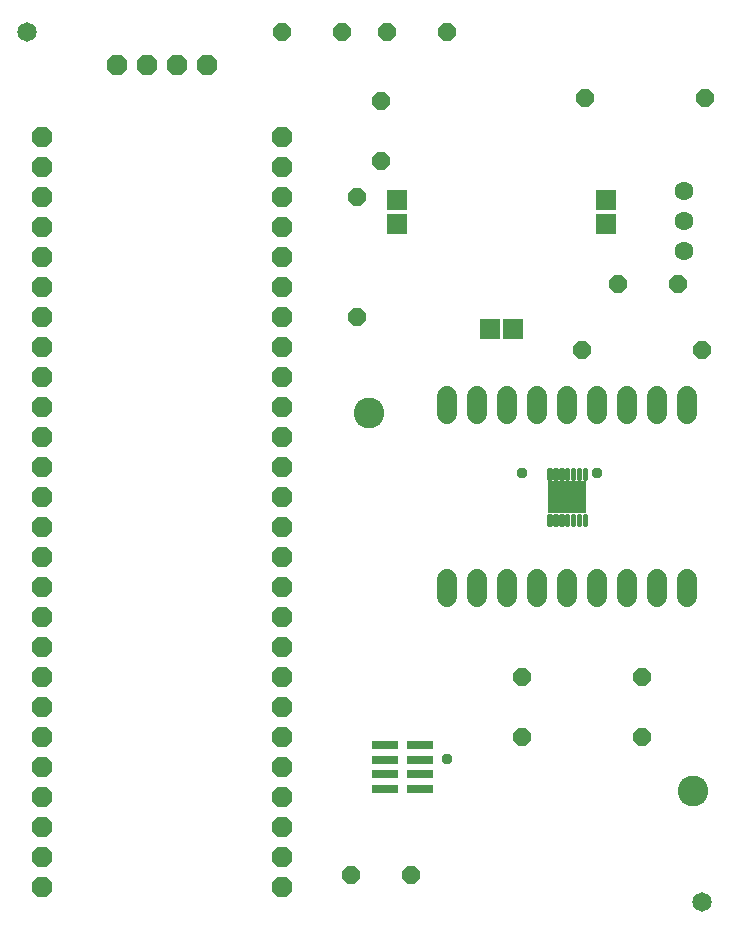
<source format=gbr>
G04 EAGLE Gerber RS-274X export*
G75*
%MOMM*%
%FSLAX34Y34*%
%LPD*%
%INSoldermask Top*%
%IPPOS*%
%AMOC8*
5,1,8,0,0,1.08239X$1,22.5*%
G01*
%ADD10C,1.653200*%
%ADD11P,1.852186X8X292.500000*%
%ADD12C,0.269722*%
%ADD13R,3.203200X2.803200*%
%ADD14R,1.711200X1.711200*%
%ADD15C,1.727200*%
%ADD16P,1.649562X8X112.500000*%
%ADD17P,1.649562X8X22.500000*%
%ADD18P,1.649562X8X202.500000*%
%ADD19C,2.603200*%
%ADD20C,1.603200*%
%ADD21P,1.649562X8X292.500000*%
%ADD22R,2.243000X0.803200*%
%ADD23P,1.852186X8X22.500000*%
%ADD24C,0.959600*%


D10*
X25400Y762000D03*
X596900Y25400D03*
D11*
X38100Y673100D03*
X38100Y647700D03*
X38100Y622300D03*
X38100Y596900D03*
X38100Y571500D03*
X38100Y546100D03*
X38100Y520700D03*
X38100Y495300D03*
X38100Y469900D03*
X38100Y444500D03*
X38100Y419100D03*
X38100Y393700D03*
X38100Y368300D03*
X38100Y342900D03*
X38100Y317500D03*
X38100Y292100D03*
X38100Y266700D03*
X38100Y241300D03*
X38100Y215900D03*
X38100Y190500D03*
X38100Y165100D03*
X38100Y139700D03*
X38100Y114300D03*
X38100Y88900D03*
X38100Y63500D03*
X38100Y38100D03*
X241300Y673100D03*
X241300Y647700D03*
X241300Y622300D03*
X241300Y596900D03*
X241300Y571500D03*
X241300Y546100D03*
X241300Y520700D03*
X241300Y495300D03*
X241300Y469900D03*
X241300Y444500D03*
X241300Y419100D03*
X241300Y393700D03*
X241300Y368300D03*
X241300Y342900D03*
X241300Y317500D03*
X241300Y292100D03*
X241300Y266700D03*
X241300Y241300D03*
X241300Y215900D03*
X241300Y190500D03*
X241300Y165100D03*
X241300Y139700D03*
X241300Y114300D03*
X241300Y88900D03*
X241300Y63500D03*
X241300Y38100D03*
D12*
X468618Y344982D02*
X468618Y352918D01*
X468618Y344982D02*
X466582Y344982D01*
X466582Y352918D01*
X468618Y352918D01*
X468618Y347544D02*
X466582Y347544D01*
X466582Y350106D02*
X468618Y350106D01*
X468618Y352668D02*
X466582Y352668D01*
X473618Y352918D02*
X473618Y344982D01*
X471582Y344982D01*
X471582Y352918D01*
X473618Y352918D01*
X473618Y347544D02*
X471582Y347544D01*
X471582Y350106D02*
X473618Y350106D01*
X473618Y352668D02*
X471582Y352668D01*
X478618Y352918D02*
X478618Y344982D01*
X476582Y344982D01*
X476582Y352918D01*
X478618Y352918D01*
X478618Y347544D02*
X476582Y347544D01*
X476582Y350106D02*
X478618Y350106D01*
X478618Y352668D02*
X476582Y352668D01*
X483618Y352918D02*
X483618Y344982D01*
X481582Y344982D01*
X481582Y352918D01*
X483618Y352918D01*
X483618Y347544D02*
X481582Y347544D01*
X481582Y350106D02*
X483618Y350106D01*
X483618Y352668D02*
X481582Y352668D01*
X488618Y352918D02*
X488618Y344982D01*
X486582Y344982D01*
X486582Y352918D01*
X488618Y352918D01*
X488618Y347544D02*
X486582Y347544D01*
X486582Y350106D02*
X488618Y350106D01*
X488618Y352668D02*
X486582Y352668D01*
X493618Y352918D02*
X493618Y344982D01*
X491582Y344982D01*
X491582Y352918D01*
X493618Y352918D01*
X493618Y347544D02*
X491582Y347544D01*
X491582Y350106D02*
X493618Y350106D01*
X493618Y352668D02*
X491582Y352668D01*
X498618Y352918D02*
X498618Y344982D01*
X496582Y344982D01*
X496582Y352918D01*
X498618Y352918D01*
X498618Y347544D02*
X496582Y347544D01*
X496582Y350106D02*
X498618Y350106D01*
X498618Y352668D02*
X496582Y352668D01*
X496582Y383682D02*
X496582Y391618D01*
X498618Y391618D01*
X498618Y383682D01*
X496582Y383682D01*
X496582Y386244D02*
X498618Y386244D01*
X498618Y388806D02*
X496582Y388806D01*
X496582Y391368D02*
X498618Y391368D01*
X491582Y391618D02*
X491582Y383682D01*
X491582Y391618D02*
X493618Y391618D01*
X493618Y383682D01*
X491582Y383682D01*
X491582Y386244D02*
X493618Y386244D01*
X493618Y388806D02*
X491582Y388806D01*
X491582Y391368D02*
X493618Y391368D01*
X486582Y391618D02*
X486582Y383682D01*
X486582Y391618D02*
X488618Y391618D01*
X488618Y383682D01*
X486582Y383682D01*
X486582Y386244D02*
X488618Y386244D01*
X488618Y388806D02*
X486582Y388806D01*
X486582Y391368D02*
X488618Y391368D01*
X481582Y391618D02*
X481582Y383682D01*
X481582Y391618D02*
X483618Y391618D01*
X483618Y383682D01*
X481582Y383682D01*
X481582Y386244D02*
X483618Y386244D01*
X483618Y388806D02*
X481582Y388806D01*
X481582Y391368D02*
X483618Y391368D01*
X476582Y391618D02*
X476582Y383682D01*
X476582Y391618D02*
X478618Y391618D01*
X478618Y383682D01*
X476582Y383682D01*
X476582Y386244D02*
X478618Y386244D01*
X478618Y388806D02*
X476582Y388806D01*
X476582Y391368D02*
X478618Y391368D01*
X471582Y391618D02*
X471582Y383682D01*
X471582Y391618D02*
X473618Y391618D01*
X473618Y383682D01*
X471582Y383682D01*
X471582Y386244D02*
X473618Y386244D01*
X473618Y388806D02*
X471582Y388806D01*
X471582Y391368D02*
X473618Y391368D01*
X466582Y391618D02*
X466582Y383682D01*
X466582Y391618D02*
X468618Y391618D01*
X468618Y383682D01*
X466582Y383682D01*
X466582Y386244D02*
X468618Y386244D01*
X468618Y388806D02*
X466582Y388806D01*
X466582Y391368D02*
X468618Y391368D01*
D13*
X482600Y368300D03*
D14*
X338300Y599600D03*
X338300Y619600D03*
X515800Y619600D03*
X515800Y599600D03*
X437050Y510850D03*
X417050Y510850D03*
D15*
X381000Y298450D02*
X381000Y283210D01*
X406400Y283210D02*
X406400Y298450D01*
X431800Y298450D02*
X431800Y283210D01*
X457200Y283210D02*
X457200Y298450D01*
X482600Y298450D02*
X482600Y283210D01*
X508000Y283210D02*
X508000Y298450D01*
X533400Y298450D02*
X533400Y283210D01*
X558800Y283210D02*
X558800Y298450D01*
X584200Y298450D02*
X584200Y283210D01*
X381000Y438150D02*
X381000Y453390D01*
X406400Y453390D02*
X406400Y438150D01*
X431800Y438150D02*
X431800Y453390D01*
X457200Y453390D02*
X457200Y438150D01*
X482600Y438150D02*
X482600Y453390D01*
X508000Y453390D02*
X508000Y438150D01*
X533400Y438150D02*
X533400Y453390D01*
X558800Y453390D02*
X558800Y438150D01*
X584200Y438150D02*
X584200Y453390D01*
D16*
X304800Y520700D03*
X304800Y622300D03*
D17*
X444500Y165100D03*
X546100Y165100D03*
X444500Y215900D03*
X546100Y215900D03*
D18*
X596900Y492760D03*
X495300Y492760D03*
D19*
X589280Y119380D03*
X314960Y439420D03*
D20*
X581660Y576580D03*
X581660Y601980D03*
X581660Y627380D03*
D17*
X497840Y706120D03*
X599440Y706120D03*
X525780Y548640D03*
X576580Y548640D03*
D21*
X325120Y703580D03*
X325120Y652780D03*
D17*
X299720Y48260D03*
X350520Y48260D03*
D22*
X328090Y158450D03*
X328090Y145950D03*
X328090Y133450D03*
X328090Y120950D03*
X357710Y120950D03*
X357710Y133450D03*
X357710Y145950D03*
X357710Y158450D03*
D23*
X101600Y734060D03*
X127000Y734060D03*
X152400Y734060D03*
X177800Y734060D03*
D17*
X330200Y762000D03*
X381000Y762000D03*
X241300Y762000D03*
X292100Y762000D03*
D24*
X381000Y146050D03*
X508000Y388620D03*
X444500Y388620D03*
M02*

</source>
